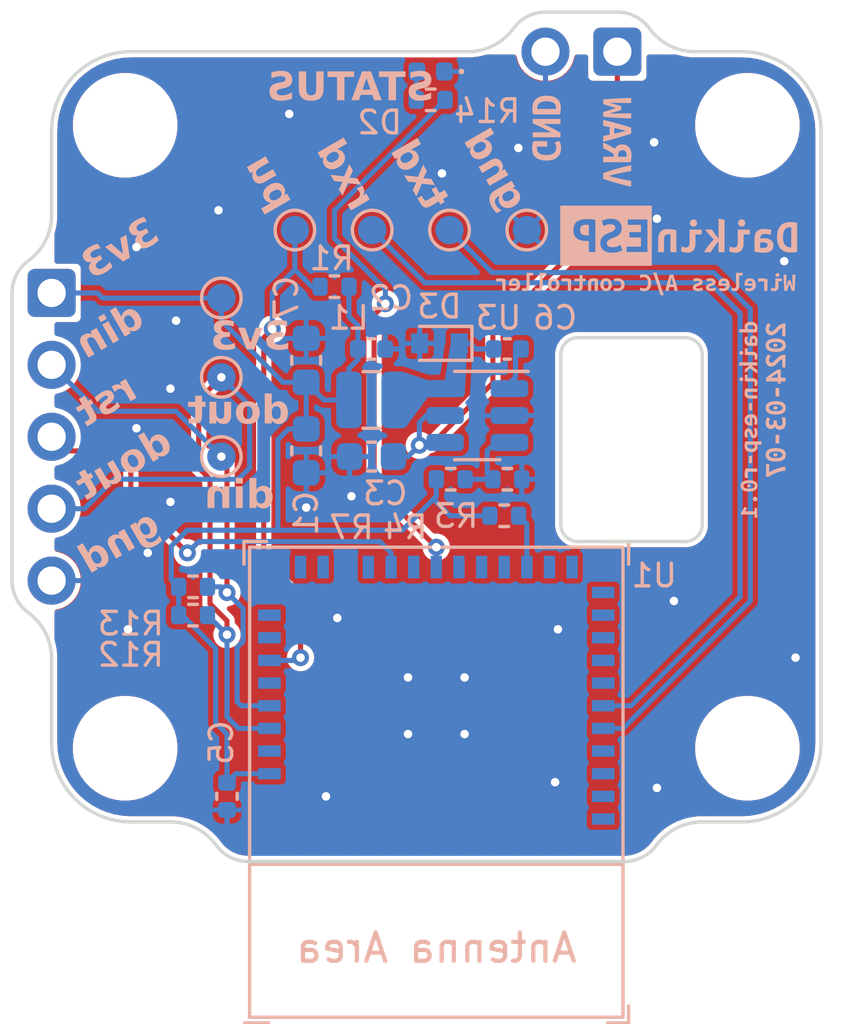
<source format=kicad_pcb>
(kicad_pcb (version 20240108) (generator "pcbnew") (generator_version "8.0")
  (title_block (title "esp-daikin") (date "2024-03-07") (rev "r1p0") (company "Greg Davill <greg.davill@gmail.com>"))
  (layers (0 "F.Cu" signal) (31 "B.Cu" signal) (34 "B.Paste" user) (35 "F.Paste" user) (36 "B.SilkS" user "B.Silkscreen") (37 "F.SilkS" user "F.Silkscreen") (38 "B.Mask" user) (39 "F.Mask" user) (44 "Edge.Cuts" user))
  (net 0 "")
  (net 1 "+3V3")
  (net 2 "GND")
  (net 3 "/VRAW")
  (net 4 "Net-(D3-K)")
  (net 5 "Net-(U3-BST)")
  (net 6 "/DOUT")
  (net 7 "/DIN")
  (net 8 "/RST")
  (net 9 "Net-(D2-A)")
  (net 10 "Net-(U1-EN{slash}CHIP_PU)")
  (net 11 "Net-(U1-GPIO8)")
  (net 12 "Net-(U3-FB)")
  (net 13 "Net-(U1-GPIO4{slash}ADC1_CH4)")
  (net 14 "Net-(U1-GPIO20{slash}U0RXD)")
  (net 15 "Net-(U1-GPIO21{slash}U0TXD)")
  (footprint "MountingHole:MountingHole_3.2mm_M3_DIN965" (layer "F.Cu") (at 165.99926 98.500001)
    (property "Reference" "H3" (hide yes))
    (property "Value" "MountingHole" (hide yes))
    (pad "" np_thru_hole circle (at 0 0) (size 3.2 3.2) (drill 3.2) (layers "*.Cu" "*.Mask"))
  )
  (footprint "MountingHole:MountingHole_3.2mm_M3_DIN965" (layer "F.Cu") (at 187.99926 76.5)
    (property "Reference" "H1" (hide yes))
    (property "Value" "MountingHole" (hide yes))
    (pad "" np_thru_hole circle (at 0 0) (size 3.2 3.2) (drill 3.2) (layers "*.Cu" "*.Mask"))
  )
  (footprint "Connector_PinHeader_2.54mm:PinHeader_1x05_P2.54mm_Vertical" (layer "F.Cu") (at 163.4 82.42)
    (property "Reference" "J1" (hide yes))
    (property "Value" "PH_01x05" (hide yes))
    (pad "1" thru_hole roundrect (at 0 0) (size 1.7 1.7) (drill 1) (layers "*.Cu" "*.Mask") (roundrect_rratio 0.1470588235) (net 1 "+3V3"))
    (pad "2" thru_hole oval (at 0 2.54) (size 1.7 1.7) (drill 1) (layers "*.Cu" "*.Mask") (net 7 "/DIN"))
    (pad "3" thru_hole oval (at 0 5.08) (size 1.7 1.7) (drill 1) (layers "*.Cu" "*.Mask") (net 8 "/RST"))
    (pad "4" thru_hole oval (at 0 7.62) (size 1.7 1.7) (drill 1) (layers "*.Cu" "*.Mask") (net 6 "/DOUT"))
    (pad "5" thru_hole oval (at 0 10.16) (size 1.7 1.7) (drill 1) (layers "*.Cu" "*.Mask") (net 2 "GND"))
  )
  (footprint "Connector_PinHeader_2.54mm:PinHeader_1x02_P2.54mm_Vertical" (layer "F.Cu") (at 183.39926 73.900001 -90)
    (property "Reference" "J2" (hide yes))
    (property "Value" "PinHeader 1x02" (hide yes))
    (pad "1" thru_hole roundrect (at 0 0 270) (size 1.7 1.7) (drill 1) (layers "*.Cu" "*.Mask") (roundrect_rratio 0.1470588235) (net 3 "/VRAW"))
    (pad "2" thru_hole oval (at 0 2.54 270) (size 1.7 1.7) (drill 1) (layers "*.Cu" "*.Mask") (net 2 "GND"))
  )
  (footprint "MountingHole:MountingHole_3.2mm_M3_DIN965" (layer "F.Cu") (at 187.99926 98.500001)
    (property "Reference" "H4" (hide yes))
    (property "Value" "MountingHole" (hide yes))
    (pad "" np_thru_hole circle (at 0 0) (size 3.2 3.2) (drill 3.2) (layers "*.Cu" "*.Mask"))
  )
  (footprint "MountingHole:MountingHole_3.2mm_M3_DIN965" (layer "F.Cu") (at 165.99926 76.500001)
    (property "Reference" "H2" (hide yes))
    (property "Value" "MountingHole" (hide yes))
    (pad "" np_thru_hole circle (at 0 0) (size 3.2 3.2) (drill 3.2) (layers "*.Cu" "*.Mask"))
  )
  (footprint "kibuzzard-65E1B071" (layer "B.Cu") (at 187.3 80.4 180)
    (property "Reference" "kibuzzard-65E1B071" (hide yes))
    (property "Value" "G***" (hide yes))
  )
  (footprint "kibuzzard-65B62B21" (layer "B.Cu") (at 180.9 76.6 90)
    (property "Reference" "kibuzzard-65B62B21" (hide yes))
    (property "Value" "G***" (hide yes))
  )
  (footprint "TestPoint:TestPoint_Pad_D1.0mm" (layer "B.Cu") (at 169.4 88.2 180)
    (property "Reference" "TP9" (hide yes))
    (property "Value" "I2C_SDA")
    (pad "1" smd circle (at 0 0 180) (size 1 1) (layers "B.Cu" "B.Mask") (net 7 "/DIN"))
  )
  (footprint "Capacitor_SMD:C_0402_1005Metric" (layer "B.Cu") (at 174.71 84.4)
    (property "Reference" "C2" (at 0.69 -1.8 0) (layer "B.SilkS") (effects (font (size 0.8 0.8) (thickness 0.12)) (justify mirror)))
    (property "Value" "220nF")
    (pad "1" smd roundrect (at -0.48 0) (size 0.56 0.62) (layers "B.Cu" "B.Paste" "B.Mask") (net 1 "+3V3"))
    (pad "2" smd roundrect (at 0.48 0) (size 0.56 0.62) (layers "B.Cu" "B.Paste" "B.Mask") (net 2 "GND"))
  )
  (footprint "Resistor_SMD:R_0402_1005Metric" (layer "B.Cu") (at 179.51 89)
    (property "Reference" "R4" (at -3.61 1.7 0) (layer "B.SilkS") (effects (font (size 0.8 0.8) (thickness 0.12)) (justify mirror)))
    (property "Value" "15.8k")
    (pad "1" smd roundrect (at -0.51 0) (size 0.54 0.64) (layers "B.Cu" "B.Paste" "B.Mask") (net 12 "Net-(U3-FB)"))
    (pad "2" smd roundrect (at 0.51 0) (size 0.54 0.64) (layers "B.Cu" "B.Paste" "B.Mask") (net 2 "GND"))
  )
  (footprint "kibuzzard-65E1AE16" (layer "B.Cu") (at 183.4 77.1 90)
    (property "Reference" "kibuzzard-65E1AE16" (hide yes))
    (property "Value" "G***" (hide yes))
  )
  (footprint "LED_SMD:LED_0402_1005Metric" (layer "B.Cu") (at 176.8 74.6 180)
    (property "Reference" "D2" (at 1.8 -1.8 0) (layer "B.SilkS") (effects (font (size 0.8 0.8) (thickness 0.12)) (justify mirror)))
    (property "Value" "ORANGE")
    (pad "1" smd roundrect (at -0.485 0 180) (size 0.59 0.64) (layers "B.Cu" "B.Paste" "B.Mask") (net 2 "GND"))
    (pad "2" smd roundrect (at 0.485 0 180) (size 0.59 0.64) (layers "B.Cu" "B.Paste" "B.Mask") (net 9 "Net-(D2-A)"))
  )
  (footprint "TestPoint:TestPoint_Pad_D1.0mm" (layer "B.Cu") (at 180.2 80.2 180)
    (property "Reference" "TP11" (hide yes))
    (property "Value" "GND")
    (pad "1" smd circle (at 0 0 180) (size 1 1) (layers "B.Cu" "B.Mask") (net 2 "GND"))
  )
  (footprint "TestPoint:TestPoint_Pad_D1.0mm" (layer "B.Cu") (at 174.733333 80.2 180)
    (property "Reference" "TP1" (hide yes))
    (property "Value" "UART_RXD")
    (pad "1" smd circle (at 0 0 180) (size 1 1) (layers "B.Cu" "B.Mask") (net 14 "Net-(U1-GPIO20{slash}U0RXD)"))
  )
  (footprint "Capacitor_SMD:C_0603_1608Metric" (layer "B.Cu") (at 174.71 88.2 180)
    (property "Reference" "C3" (at -0.49 -1.3 0) (layer "B.SilkS") (effects (font (size 0.8 0.8) (thickness 0.12)) (justify mirror)))
    (property "Value" "10uF")
    (pad "1" smd roundrect (at -0.775 0 180) (size 0.9 0.95) (layers "B.Cu" "B.Paste" "B.Mask") (net 3 "/VRAW"))
    (pad "2" smd roundrect (at 0.775 0 180) (size 0.9 0.95) (layers "B.Cu" "B.Paste" "B.Mask") (net 2 "GND"))
  )
  (footprint "Resistor_SMD:R_0402_1005Metric" (layer "B.Cu") (at 173.4 82.2 180)
    (property "Reference" "R1" (at 0.1 1 0) (layer "B.SilkS") (effects (font (size 0.8 0.8) (thickness 0.12)) (justify mirror)))
    (property "Value" "5.1K")
    (pad "1" smd roundrect (at -0.51 0 180) (size 0.54 0.64) (layers "B.Cu" "B.Paste" "B.Mask") (net 1 "+3V3"))
    (pad "2" smd roundrect (at 0.51 0 180) (size 0.54 0.64) (layers "B.Cu" "B.Paste" "B.Mask") (net 10 "Net-(U1-EN{slash}CHIP_PU)"))
  )
  (footprint "kibuzzard-65E1B0DF" (layer "B.Cu") (at 184.4 82.1 180)
    (property "Reference" "kibuzzard-65E1B0DF" (hide yes))
    (property "Value" "G***" (hide yes))
  )
  (footprint "lib:ESP32-C3-MINI-1" (layer "B.Cu") (at 177 99.7)
    (property "Reference" "U1" (at 7.7 -7.3 0) (layer "B.SilkS") (effects (font (size 0.8 0.8) (thickness 0.12)) (justify mirror)))
    (property "Value" "ESP32-C3-MINI-1")
    (fp_text user "Antenna Area" (at 0 5.85 0) (layer "B.SilkS") (effects (justify mirror)))
    (pad "1" smd rect (at -5.9 1.3 270) (size 0.4 0.8) (layers "B.Cu" "B.Paste" "B.Mask") (net 2 "GND"))
    (pad "2" smd rect (at -5.9 0.5 270) (size 0.4 0.8) (layers "B.Cu" "B.Paste" "B.Mask") (net 2 "GND"))
    (pad "3" smd rect (at -5.9 -0.3 270) (size 0.4 0.8) (layers "B.Cu" "B.Paste" "B.Mask") (net 1 "+3V3"))
    (pad "4" smd rect (at -5.9 -1.1 270) (size 0.4 0.8) (layers "B.Cu" "B.Paste" "B.Mask"))
    (pad "5" smd rect (at -5.9 -1.9 270) (size 0.4 0.8) (layers "B.Cu" "B.Paste" "B.Mask") (net 6 "/DOUT"))
    (pad "6" smd rect (at -5.9 -2.7 270) (size 0.4 0.8) (layers "B.Cu" "B.Paste" "B.Mask") (net 7 "/DIN"))
    (pad "7" smd rect (at -5.9 -3.5 270) (size 0.4 0.8) (layers "B.Cu" "B.Paste" "B.Mask"))
    (pad "8" smd rect (at -5.9 -4.3 270) (size 0.4 0.8) (layers "B.Cu" "B.Paste" "B.Mask") (net 10 "Net-(U1-EN{slash}CHIP_PU)"))
    (pad "9" smd rect (at -5.9 -5.1 270) (size 0.4 0.8) (layers "B.Cu" "B.Paste" "B.Mask"))
    (pad "10" smd rect (at -5.9 -5.9 270) (size 0.4 0.8) (layers "B.Cu" "B.Paste" "B.Mask"))
    (pad "11" smd rect (at -5.9 -6.7 270) (size 0.4 0.8) (layers "B.Cu" "B.Paste" "B.Mask") (net 2 "GND"))
    (pad "12" smd rect (at -4.8 -7.6) (size 0.4 0.8) (layers "B.Cu" "B.Paste" "B.Mask"))
    (pad "13" smd rect (at -4 -7.6) (size 0.4 0.8) (layers "B.Cu" "B.Paste" "B.Mask"))
    (pad "14" smd rect (at -3.2 -7.6) (size 0.4 0.8) (layers "B.Cu" "B.Paste" "B.Mask") (net 2 "GND"))
    (pad "15" smd rect (at -2.4 -7.6) (size 0.4 0.8) (layers "B.Cu" "B.Paste" "B.Mask"))
    (pad "16" smd rect (at -1.6 -7.6) (size 0.4 0.8) (layers "B.Cu" "B.Paste" "B.Mask") (net 8 "/RST"))
    (pad "17" smd rect (at -0.8 -7.6) (size 0.4 0.8) (layers "B.Cu" "B.Paste" "B.Mask"))
    (pad "18" smd rect (at 0 -7.6) (size 0.4 0.8) (layers "B.Cu" "B.Paste" "B.Mask") (net 13 "Net-(U1-GPIO4{slash}ADC1_CH4)"))
    (pad "19" smd rect (at 0.8 -7.6) (size 0.4 0.8) (layers "B.Cu" "B.Paste" "B.Mask"))
    (pad "20" smd rect (at 1.6 -7.6) (size 0.4 0.8) (layers "B.Cu" "B.Paste" "B.Mask"))
    (pad "21" smd rect (at 2.4 -7.6) (size 0.4 0.8) (layers "B.Cu" "B.Paste" "B.Mask"))
    (pad "22" smd rect (at 3.2 -7.6) (size 0.4 0.8) (layers "B.Cu" "B.Paste" "B.Mask") (net 11 "Net-(U1-GPIO8)"))
    (pad "23" smd rect (at 4 -7.6) (size 0.4 0.8) (layers "B.Cu" "B.Paste" "B.Mask"))
    (pad "24" smd rect (at 4.8 -7.6) (size 0.4 0.8) (layers "B.Cu" "B.Paste" "B.Mask"))
    (pad "25" smd rect (at 5.9 -6.7 270) (size 0.4 0.8) (layers "B.Cu" "B.Paste" "B.Mask"))
    (pad "26" smd rect (at 5.9 -5.9 270) (size 0.4 0.8) (layers "B.Cu" "B.Paste" "B.Mask"))
    (pad "27" smd rect (at 5.9 -5.1 270) (size 0.4 0.8) (layers "B.Cu" "B.Paste" "B.Mask"))
    (pad "28" smd rect (at 5.9 -4.3 270) (size 0.4 0.8) (layers "B.Cu" "B.Paste" "B.Mask"))
    (pad "29" smd rect (at 5.9 -3.5 270) (size 0.4 0.8) (layers "B.Cu" "B.Paste" "B.Mask"))
    (pad "30" smd rect (at 5.9 -2.7 270) (size 0.4 0.8) (layers "B.Cu" "B.Paste" "B.Mask") (net 14 "Net-(U1-GPIO20{slash}U0RXD)"))
    (pad "31" smd rect (at 5.9 -1.9 270) (size 0.4 0.8) (layers "B.Cu" "B.Paste" "B.Mask") (net 15 "Net-(U1-GPIO21{slash}U0TXD)"))
    (pad "32" smd rect (at 5.9 -1.1 270) (size 0.4 0.8) (layers "B.Cu" "B.Paste" "B.Mask"))
    (pad "33" smd rect (at 5.9 -0.3 270) (size 0.4 0.8) (layers "B.Cu" "B.Paste" "B.Mask"))
    (pad "34" smd rect (at 5.9 0.5 270) (size 0.4 0.8) (layers "B.Cu" "B.Paste" "B.Mask"))
    (pad "35" smd rect (at 5.9 1.3 270) (size 0.4 0.8) (layers "B.Cu" "B.Paste" "B.Mask"))
    (pad "36" smd rect (at 4.8 2.2) (size 0.4 0.8) (layers "B.Cu" "B.Paste" "B.Mask") (net 2 "GND"))
    (pad "37" smd rect (at 4 2.2) (size 0.4 0.8) (layers "B.Cu" "B.Paste" "B.Mask") (net 2 "GND"))
    (pad "38" smd rect (at 3.2 2.2) (size 0.4 0.8) (layers "B.Cu" "B.Paste" "B.Mask") (net 2 "GND"))
    (pad "39" smd rect (at 2.4 2.2) (size 0.4 0.8) (layers "B.Cu" "B.Paste" "B.Mask") (net 2 "GND"))
    (pad "40" smd rect (at 1.6 2.2) (size 0.4 0.8) (layers "B.Cu" "B.Paste" "B.Mask") (net 2 "GND"))
    (pad "41" smd rect (at 0.8 2.2) (size 0.4 0.8) (layers "B.Cu" "B.Paste" "B.Mask") (net 2 "GND"))
    (pad "42" smd rect (at 0 2.2) (size 0.4 0.8) (layers "B.Cu" "B.Paste" "B.Mask") (net 2 "GND"))
    (pad "43" smd rect (at -0.8 2.2) (size 0.4 0.8) (layers "B.Cu" "B.Paste" "B.Mask") (net 2 "GND"))
    (pad "44" smd rect (at -1.6 2.2) (size 0.4 0.8) (layers "B.Cu" "B.Paste" "B.Mask") (net 2 "GND"))
    (pad "45" smd rect (at -2.4 2.2) (size 0.4 0.8) (layers "B.Cu" "B.Paste" "B.Mask") (net 2 "GND"))
    (pad "46" smd rect (at -3.2 2.2) (size 0.4 0.8) (layers "B.Cu" "B.Paste" "B.Mask") (net 2 "GND"))
    (pad "47" smd rect (at -4 2.2) (size 0.4 0.8) (layers "B.Cu" "B.Paste" "B.Mask") (net 2 "GND"))
    (pad "48" smd rect (at -4.8 2.2) (size 0.4 0.8) (layers "B.Cu" "B.Paste" "B.Mask") (net 2 "GND"))
    (pad "49" smd rect (at -1.975 -4.675 270) (size 1.45 1.45) (layers "B.Cu" "B.Paste" "B.Mask") (net 2 "GND"))
    (pad "49" smd rect (at -1.975 -2.7 270) (size 1.45 1.45) (layers "B.Cu" "B.Paste" "B.Mask") (net 2 "GND"))
    (pad "49" smd custom (at -1.975 -0.725) (size 0.8 0.8) (layers "B.Cu" "B.Paste" "B.Mask") (net 2 "GND") (options (clearance outline) (anchor rect)) (primitives (gr_poly (pts (xy 0.725 -0.725) (xy -0.725 -0.725) (xy -0.725 0.125) (xy -0.125 0.725) (xy 0.725 0.725)) (width 0) (fill yes))))
    (pad "49" smd rect (at 0 -4.675 270) (size 1.45 1.45) (layers "B.Cu" "B.Paste" "B.Mask") (net 2 "GND"))
    (pad "49" smd rect (at 0 -2.7 270) (size 1.45 1.45) (layers "B.Cu" "B.Paste" "B.Mask") (net 2 "GND"))
    (pad "49" smd rect (at 0 -0.725 270) (size 1.45 1.45) (layers "B.Cu" "B.Paste" "B.Mask") (net 2 "GND"))
    (pad "49" smd rect (at 1.975 -4.675 270) (size 1.45 1.45) (layers "B.Cu" "B.Paste" "B.Mask") (net 2 "GND"))
    (pad "49" smd rect (at 1.975 -2.7 270) (size 1.45 1.45) (layers "B.Cu" "B.Paste" "B.Mask") (net 2 "GND"))
    (pad "49" smd rect (at 1.975 -0.725 270) (size 1.45 1.45) (layers "B.Cu" "B.Paste" "B.Mask") (net 2 "GND"))
    (pad "50" smd rect (at 5.95 2.25 270) (size 0.7 0.7) (layers "B.Cu" "B.Paste" "B.Mask") (net 2 "GND"))
    (pad "51" smd rect (at 5.95 -7.65 270) (size 0.7 0.7) (layers "B.Cu" "B.Paste" "B.Mask") (net 2 "GND"))
    (pad "52" smd rect (at -5.95 -7.65 270) (size 0.7 0.7) (layers "B.Cu" "B.Paste" "B.Mask") (net 2 "GND"))
    (pad "53" smd rect (at -5.95 2.25 270) (size 0.7 0.7) (layers "B.Cu" "B.Paste" "B.Mask") (net 2 "GND"))
  )
  (footprint "Resistor_SMD:R_0402_1005Metric" (layer "B.Cu") (at 168.4 93.8)
    (property "Reference" "R12" (at -2.2 1.4 0) (layer "B.SilkS") (effects (font (size 0.8 0.8) (thickness 0.12)) (justify mirror)))
    (property "Value" "2.2K")
    (pad "1" smd roundrect (at -0.51 0) (size 0.54 0.64) (layers "B.Cu" "B.Paste" "B.Mask") (net 1 "+3V3"))
    (pad "2" smd roundrect (at 0.51 0) (size 0.54 0.64) (layers "B.Cu" "B.Paste" "B.Mask") (net 6 "/DOUT"))
  )
  (footprint "Capacitor_SMD:C_0402_1005Metric" (layer "B.Cu") (at 169.6 100.2 -90)
    (property "Reference" "C5" (at -1.9 0.2 90) (layer "B.SilkS") (effects (font (size 0.8 0.8) (thickness 0.12)) (justify mirror)))
    (property "Value" "220nF")
    (pad "1" smd roundrect (at -0.48 0 270) (size 0.56 0.62) (layers "B.Cu" "B.Paste" "B.Mask") (net 1 "+3V3"))
    (pad "2" smd roundrect (at 0.48 0 270) (size 0.56 0.62) (layers "B.Cu" "B.Paste" "B.Mask") (net 2 "GND"))
  )
  (footprint "kibuzzard-65E9962C" (layer "B.Cu") (at 189 86.2 -90)
    (property "Reference" "kibuzzard-65E9962C" (hide yes))
    (property "Value" "G***" (hide yes))
  )
  (footprint "Capacitor_SMD:C_0402_1005Metric" (layer "B.Cu") (at 179.51 84.4)
    (property "Reference" "C6" (at 1.69 -1.1 0) (layer "B.SilkS") (effects (font (size 0.8 0.8) (thickness 0.12)) (justify mirror)))
    (property "Value" "33nF")
    (pad "1" smd roundrect (at -0.48 0) (size 0.56 0.62) (layers "B.Cu" "B.Paste" "B.Mask") (net 4 "Net-(D3-K)"))
    (pad "2" smd roundrect (at 0.48 0) (size 0.56 0.62) (layers "B.Cu" "B.Paste" "B.Mask") (net 5 "Net-(U3-BST)"))
  )
  (footprint "Resistor_SMD:R_0402_1005Metric" (layer "B.Cu") (at 179.4 90.29)
    (property "Reference" "R3" (at -1.7 0.01 0) (layer "B.SilkS") (effects (font (size 0.8 0.8) (thickness 0.12)) (justify mirror)))
    (property "Value" "5.1K")
    (pad "1" smd roundrect (at -0.51 0) (size 0.54 0.64) (layers "B.Cu" "B.Paste" "B.Mask") (net 1 "+3V3"))
    (pad "2" smd roundrect (at 0.51 0) (size 0.54 0.64) (layers "B.Cu" "B.Paste" "B.Mask") (net 11 "Net-(U1-GPIO8)"))
  )
  (footprint "Diode_SMD:D_SOD-523" (layer "B.Cu") (at 177.11 84.2 180)
    (property "Reference" "D3" (at 0 1.3 0) (layer "B.SilkS") (effects (font (size 0.8 0.8) (thickness 0.12)) (justify mirror)))
    (property "Value" "CUS10S30,H3F")
    (pad "1" smd rect (at -0.7 0) (size 0.6 0.7) (layers "B.Cu" "B.Paste" "B.Mask") (net 4 "Net-(D3-K)"))
    (pad "2" smd rect (at 0.7 0) (size 0.6 0.7) (layers "B.Cu" "B.Paste" "B.Mask") (net 2 "GND"))
  )
  (footprint "TestPoint:TestPoint_Pad_D1.0mm" (layer "B.Cu") (at 169.4 82.6 180)
    (property "Reference" "TP12" (hide yes))
    (property "Value" "3V3")
    (pad "1" smd circle (at 0 0 180) (size 1 1) (layers "B.Cu" "B.Mask") (net 1 "+3V3"))
  )
  (footprint "Package_TO_SOT_SMD:SOT-23-6" (layer "B.Cu") (at 178.4475 86.75 180)
    (property "Reference" "U3" (at -0.7525 3.45 0) (layer "B.SilkS") (effects (font (size 0.8 0.8) (thickness 0.12)) (justify mirror)))
    (property "Value" "AOZ1280CI")
    (pad "1" smd roundrect (at -1.1375 0.95 180) (size 1.325 0.6) (layers "B.Cu" "B.Paste" "B.Mask") (net 5 "Net-(U3-BST)"))
    (pad "2" smd roundrect (at -1.1375 0 180) (size 1.325 0.6) (layers "B.Cu" "B.Paste" "B.Mask") (net 2 "GND"))
    (pad "3" smd roundrect (at -1.1375 -0.95 180) (size 1.325 0.6) (layers "B.Cu" "B.Paste" "B.Mask") (net 12 "Net-(U3-FB)"))
    (pad "4" smd roundrect (at 1.1375 -0.95 180) (size 1.325 0.6) (layers "B.Cu" "B.Paste" "B.Mask") (net 3 "/VRAW"))
    (pad "5" smd roundrect (at 1.1375 0 180) (size 1.325 0.6) (layers "B.Cu" "B.Paste" "B.Mask") (net 3 "/VRAW"))
    (pad "6" smd roundrect (at 1.1375 0.95 180) (size 1.325 0.6) (layers "B.Cu" "B.Paste" "B.Mask") (net 4 "Net-(D3-K)"))
  )
  (footprint "TestPoint:TestPoint_Pad_D1.0mm" (layer "B.Cu") (at 172 80.2 180)
    (property "Reference" "TP3" (hide yes))
    (property "Value" "RST")
    (pad "1" smd circle (at 0 0 180) (size 1 1) (layers "B.Cu" "B.Mask") (net 10 "Net-(U1-EN{slash}CHIP_PU)"))
  )
  (footprint "kibuzzard-65E1B080" (layer "B.Cu") (at 183 80.4 180)
    (property "Reference" "kibuzzard-65E1B080" (hide yes))
    (property "Value" "G***" (hide yes))
  )
  (footprint "Resistor_SMD:R_0402_1005Metric" (layer "B.Cu") (at 176.8 75.6)
    (property "Reference" "R14" (at 2 0.4 0) (layer "B.SilkS") (effects (font (size 0.8 0.8) (thickness 0.12)) (justify mirror)))
    (property "Value" "470R")
    (pad "1" smd roundrect (at -0.51 0) (size 0.54 0.64) (layers "B.Cu" "B.Paste" "B.Mask") (net 9 "Net-(D2-A)"))
    (pad "2" smd roundrect (at 0.51 0) (size 0.54 0.64) (layers "B.Cu" "B.Paste" "B.Mask") (net 13 "Net-(U1-GPIO4{slash}ADC1_CH4)"))
  )
  (footprint "Resistor_SMD:R_0402_1005Metric" (layer "B.Cu") (at 177.51 89)
    (property "Reference" "R7" (at -3.51 1.7 0) (layer "B.SilkS") (effects (font (size 0.8 0.8) (thickness 0.12)) (justify mirror)))
    (property "Value" "49.9k")
    (pad "1" smd roundrect (at -0.51 0) (size 0.54 0.64) (layers "B.Cu" "B.Paste" "B.Mask") (net 1 "+3V3"))
    (pad "2" smd roundrect (at 0.51 0) (size 0.54 0.64) (layers "B.Cu" "B.Paste" "B.Mask") (net 12 "Net-(U3-FB)"))
  )
  (footprint "TestPoint:TestPoint_Pad_D1.0mm" (layer "B.Cu") (at 177.466666 80.2 180)
    (property "Reference" "TP2" (hide yes))
    (property "Value" "UART_TXD")
    (pad "1" smd circle (at 0 0 180) (size 1 1) (layers "B.Cu" "B.Mask") (net 15 "Net-(U1-GPIO21{slash}U0TXD)"))
  )
  (footprint "Capacitor_SMD:C_0603_1608Metric" (layer "B.Cu") (at 172.4 84.8 90)
    (property "Reference" "C7" (at 2.2 -0.7 90) (layer "B.SilkS") (effects (font (size 0.8 0.8) (thickness 0.12)) (justify mirror)))
    (property "Value" "22uF")
    (pad "1" smd roundrect (at -0.775 0 90) (size 0.9 0.95) (layers "B.Cu" "B.Paste" "B.Mask") (net 1 "+3V3"))
    (pad "2" smd roundrect (at 0.775 0 90) (size 0.9 0.95) (layers "B.Cu" "B.Paste" "B.Mask") (net 2 "GND"))
  )
  (footprint "Inductor_SMD:L_0805_2012Metric" (layer "B.Cu") (at 174.71 86.2 180)
    (property "Reference" "L1" (at 0.81 2.9 0) (layer "B.SilkS") (effects (font (size 0.8 0.8) (thickness 0.12)) (justify mirror)))
    (property "Value" "4.7uF")
    (pad "1" smd roundrect (at -0.8 0 180) (size 0.9 2) (layers "B.Cu" "B.Paste" "B.Mask") (net 4 "Net-(D3-K)"))
    (pad "2" smd roundrect (at 0.8 0 180) (size 0.9 2) (layers "B.Cu" "B.Paste" "B.Mask") (net 1 "+3V3"))
  )
  (footprint "TestPoint:TestPoint_Pad_D1.0mm" (layer "B.Cu") (at 169.4 85.4 180)
    (property "Reference" "TP8" (hide yes))
    (property "Value" "I2C_SCL")
    (pad "1" smd circle (at 0 0 180) (size 1 1) (layers "B.Cu" "B.Mask") (net 6 "/DOUT"))
  )
  (footprint "Resistor_SMD:R_0402_1005Metric" (layer "B.Cu") (at 168.4 92.8)
    (property "Reference" "R13" (at -2.2 1.3 0) (layer "B.SilkS") (effects (font (size 0.8 0.8) (thickness 0.12)) (justify mirror)))
    (property "Value" "2.2K")
    (pad "1" smd roundrect (at -0.51 0) (size 0.54 0.64) (layers "B.Cu" "B.Paste" "B.Mask") (net 1 "+3V3"))
    (pad "2" smd roundrect (at 0.51 0) (size 0.54 0.64) (layers "B.Cu" "B.Paste" "B.Mask") (net 7 "/DIN"))
  )
  (footprint "Capacitor_SMD:C_0603_1608Metric" (layer "B.Cu") (at 172.4 88 -90)
    (property "Reference" "C1" (at 2.2 0 90) (layer "B.SilkS") (effects (font (size 0.8 0.8) (thickness 0.12)) (justify mirror)))
    (property "Value" "10uF")
    (pad "1" smd roundrect (at -0.775 0 270) (size 0.9 0.95) (layers "B.Cu" "B.Paste" "B.Mask") (net 1 "+3V3"))
    (pad "2" smd roundrect (at 0.775 0 270) (size 0.9 0.95) (layers "B.Cu" "B.Paste" "B.Mask") (net 2 "GND"))
  )
  (footprint "kibuzzard-65E1B005" (layer "B.Cu") (at 188.1 86.9 -90)
    (property "Reference" "kibuzzard-65E1B005" (hide yes))
    (property "Value" "G***" (hide yes))
  )
  (gr_line (start 186.4 101.1) (end 187.8 101.101238) (stroke (width 0.12)) (layer "Edge.Cuts"))
  (gr_line (start 162.000001 82.419999) (end 162.000001 92.579999) (stroke (width 0.12)) (layer "Edge.Cuts"))
  (gr_arc (start 184.782882 101.92317) (mid 184.285475 102.347494) (end 183.649703 102.499999) (stroke (width 0.12)) (layer "Edge.Cuts"))
  (gr_arc (start 179.729424 73.077409) (mid 180.225951 72.653589) (end 180.860739 72.501239) (stroke (width 0.12)) (layer "Edge.Cuts"))
  (gr_line (start 170.350299 102.499999) (end 183.649703 102.499999) (stroke (width 0.12)) (layer "Edge.Cuts"))
  (gr_arc (start 179.729424 73.077409) (mid 179.019476 73.683415) (end 178.111826 73.901239) (stroke (width 0.12)) (layer "Edge.Cuts"))
  (gr_arc (start 166.2 101.101238) (mid 164.220101 100.281137) (end 163.400001 98.301238) (stroke (width 0.12)) (layer "Edge.Cuts"))
  (gr_arc (start 170.350299 102.499999) (mid 169.714527 102.347494) (end 169.21712 101.923171) (stroke (width 0.12)) (layer "Edge.Cuts"))
  (gr_arc (start 162.57683 93.713178) (mid 162.152506 93.215771) (end 162.000001 92.579999) (stroke (width 0.12)) (layer "Edge.Cuts"))
  (gr_arc (start 163.4 79.669701) (mid 163.182366 80.576988) (end 162.576829 81.28682) (stroke (width 0.12)) (layer "Edge.Cuts"))
  (gr_arc (start 186.40148 90.599999) (mid 186.225761 91.024303) (end 185.80148 91.199998) (stroke (width 0.12)) (layer "Edge.Cuts"))
  (gr_line (start 190.599999 98.301238) (end 190.6 76.701238) (stroke (width 0.12)) (layer "Edge.Cuts"))
  (gr_line (start 183.40074 72.501239) (end 180.860739 72.501239) (stroke (width 0.12)) (layer "Edge.Cuts"))
  (gr_line (start 163.4 95.330297) (end 163.400001 98.301238) (stroke (width 0.12)) (layer "Edge.Cuts"))
  (gr_arc (start 190.599999 98.301238) (mid 189.779899 100.281137) (end 187.8 101.101238) (stroke (width 0.12)) (layer "Edge.Cuts"))
  (gr_line (start 166.2 101.101238) (end 167.6 101.1) (stroke (width 0.12)) (layer "Edge.Cuts"))
  (gr_arc (start 162.000001 82.419999) (mid 162.152506 81.784227) (end 162.576829 81.28682) (stroke (width 0.12)) (layer "Edge.Cuts"))
  (gr_line (start 181.40148 90.599999) (end 181.40148 84.599999) (stroke (width 0.12)) (layer "Edge.Cuts"))
  (gr_arc (start 167.6 101.1) (mid 168.507288 101.317634) (end 169.21712 101.923171) (stroke (width 0.12)) (layer "Edge.Cuts"))
  (gr_arc (start 184.782882 101.92317) (mid 185.492713 101.317634) (end 186.4 101.1) (stroke (width 0.12)) (layer "Edge.Cuts"))
  (gr_arc (start 182.00148 91.199998) (mid 181.577205 91.024274) (end 181.40148 90.599999) (stroke (width 0.12)) (layer "Edge.Cuts"))
  (gr_line (start 178.111826 73.901239) (end 166.2 73.901239) (stroke (width 0.12)) (layer "Edge.Cuts"))
  (gr_line (start 182.00148 84) (end 185.80148 84) (stroke (width 0.12)) (layer "Edge.Cuts"))
  (gr_line (start 185.80148 91.199998) (end 182.00148 91.199998) (stroke (width 0.12)) (layer "Edge.Cuts"))
  (gr_arc (start 163.4 76.701239) (mid 164.220101 74.72134) (end 166.2 73.901239) (stroke (width 0.12)) (layer "Edge.Cuts"))
  (gr_line (start 186.40148 84.599999) (end 186.40148 90.599999) (stroke (width 0.12)) (layer "Edge.Cuts"))
  (gr_arc (start 185.80148 84) (mid 186.225732 84.175747) (end 186.40148 84.599999) (stroke (width 0.12)) (layer "Edge.Cuts"))
  (gr_arc (start 183.40074 72.501239) (mid 184.035537 72.653574) (end 184.532056 73.077409) (stroke (width 0.12)) (layer "Edge.Cuts"))
  (gr_line (start 163.4 76.701239) (end 163.4 79.669701) (stroke (width 0.12)) (layer "Edge.Cuts"))
  (gr_arc (start 186.149654 73.901239) (mid 185.241999 73.683425) (end 184.532056 73.077409) (stroke (width 0.12)) (layer "Edge.Cuts"))
  (gr_arc (start 162.57683 93.713178) (mid 163.182367 94.423009) (end 163.4 95.330297) (stroke (width 0.12)) (layer "Edge.Cuts"))
  (gr_line (start 187.8 73.901239) (end 186.149654 73.901239) (stroke (width 0.12)) (layer "Edge.Cuts"))
  (gr_arc (start 187.8 73.901239) (mid 189.779899 74.72134) (end 190.6 76.701238) (stroke (width 0.12)) (layer "Edge.Cuts"))
  (gr_arc (start 181.40148 84.599999) (mid 181.577232 84.175774) (end 182.00148 84) (stroke (width 0.12)) (layer "Edge.Cuts"))
  (gr_text "pu" (at 171.6 79.4 300) (layer "B.SilkS") (effects (font (size 1 1) (thickness 0.2) (bold yes)) (justify left mirror)))
  (gr_text "gnd" (at 179.8 79.4 300) (layer "B.SilkS") (effects (font (size 1 1) (thickness 0.2) (bold yes)) (justify left mirror)))
  (gr_text "din" (at 164.4 84.4 30) (layer "B.SilkS") (effects (font (size 1 1) (thickness 0.2) (bold yes)) (justify right mirror)))
  (gr_text "STATUS" (at 171 75.2 0) (layer "B.SilkS") (effects (font (size 1 1) (thickness 0.2) (bold yes)) (justify right mirror)))
  (gr_text "din" (at 168.8 89.6 0) (layer "B.SilkS") (effects (font (size 1 1) (thickness 0.2) (bold yes)) (justify right mirror)))
  (gr_text "3v3" (at 164.6 81.6 30) (layer "B.SilkS") (effects (font (size 1 1) (thickness 0.2) (bold yes)) (justify right mirror)))
  (gr_text "gnd" (at 164.509823 92 30) (layer "B.SilkS") (effects (font (size 1 1) (thickness 0.2) (bold yes)) (justify right mirror)))
  (gr_text "dout" (at 164.4 89.4 30) (layer "B.SilkS") (effects (font (size 1 1) (thickness 0.2) (bold yes)) (justify right mirror)))
  (gr_text "rst" (at 164.4 86.8 30) (layer "B.SilkS") (effects (font (size 1 1) (thickness 0.2) (bold yes)) (justify right mirror)))
  (gr_text "3v3" (at 169 84 0) (layer "B.SilkS") (effects (font (size 1 1) (thickness 0.2) (bold yes)) (justify right mirror)))
  (gr_text "dout" (at 168.190053 86.616469 0) (layer "B.SilkS") (effects (font (size 1 1) (thickness 0.2) (bold yes)) (justify right mirror)))
  (gr_text "txd" (at 177 79.4 300) (layer "B.SilkS") (effects (font (size 1 1) (thickness 0.2) (bold yes)) (justify left mirror)))
  (gr_text "rxd" (at 174.4 79.4 300) (layer "B.SilkS") (effects (font (size 1 1) (thickness 0.2) (bold yes)) (justify left mirror)))
  (segment (start 171.4 90.8) (end 175.8 90.8) (width 0.18) (layer "B.Cu") (net 1))
  (segment (start 172.4 85.575) (end 171.575 85.575) (width 0.18) (layer "B.Cu") (net 1))
  (segment (start 171.1 99.4) (end 169.92 99.4) (width 0.18) (layer "B.Cu") (net 1))
  (segment (start 171.4 87.6) (end 171.4 90.8) (width 0.18) (layer "B.Cu") (net 1))
  (segment (start 173.91 82.2) (end 173.91 83.25) (width 0.18) (layer "B.Cu") (net 1))
  (segment (start 169.92 99.4) (end 169.6 99.72) (width 0.18) (layer "B.Cu") (net 1))
  (segment (start 169.2 94.982756) (end 167.89 93.672756) (width 0.18) (layer "B.Cu") (net 1))
  (segment (start 173.91 86.2) (end 173.025 86.2) (width 0.18) (layer "B.Cu") (net 1))
  (segment (start 168.193898 90.8) (end 171.4 90.8) (width 0.18) (layer "B.Cu") (net 1))
  (segment (start 167.63 92.54) (end 167.63 91.363898) (width 0.18) (layer "B.Cu") (net 1))
  (segment (start 174.23 83.57) (end 174.23 84.4) (width 0.18) (layer "B.Cu") (net 1))
  (segment (start 165.2 82.6) (end 169.4 82.6) (width 0.18) (layer "B.Cu") (net 1))
  (segment (start 169.6 99.72) (end 169.6 98) (width 0.18) (layer "B.Cu") (net 1))
  (segment (start 174.23 84.4) (end 174.23 84.77) (width 0.18) (layer "B.Cu") (net 1))
  (segment (start 171.575 85.575) (end 169.4 83.4) (width 0.18) (layer "B.Cu") (net 1))
  (segment (start 174.23 84.77) (end 173.91 85.09) (width 0.18) (layer "B.Cu") (net 1))
  (segment (start 167.89 93.672756) (end 167.89 92.8) (width 0.18) (layer "B.Cu") (net 1))
  (segment (start 173.91 85.09) (end 173.91 86.2) (width 0.18) (layer "B.Cu") (net 1))
  (segment (start 172.4 87.225) (end 172.4 85.575) (width 0.18) (layer "B.Cu") (net 1))
  (segment (start 177.49 90.29) (end 176.9 89.7) (width 0.18) (layer "B.Cu") (net 1))
  (segment (start 171.775 87.225) (end 171.4 87.6) (width 0.18) (layer "B.Cu") (net 1))
  (segment (start 176.9 89.7) (end 177 89.6) (width 0.18) (layer "B.Cu") (net 1))
  (segment (start 165.02 82.42) (end 165.2 82.6) (width 0.18) (layer "B.Cu") (net 1))
  (segment (start 178.89 90.29) (end 177.49 90.29) (width 0.18) (layer "B.Cu") (net 1))
  (segment (start 169.4 83.4) (end 169.4 82.6) (width 0.18) (layer "B.Cu") (net 1))
  (segment (start 163.4 82.42) (end 165.02 82.42) (width 0.18) (layer "B.Cu") (net 1))
  (segment (start 167.89 92.8) (end 167.63 92.54) (width 0.18) (layer "B.Cu") (net 1))
  (segment (start 175.8 90.8) (end 176.9 89.7) (width 0.18) (layer "B.Cu") (net 1))
  (segment (start 169.6 98) (end 169.2 97.6) (width 0.18) (layer "B.Cu") (net 1))
  (segment (start 167.63 91.363898) (end 168.193898 90.8) (width 0.18) (layer "B.Cu") (net 1))
  (segment (start 173.91 83.25) (end 174.23 83.57) (width 0.18) (layer "B.Cu") (net 1))
  (segment (start 169.2 97.6) (end 169.2 94.982756) (width 0.18) (layer "B.Cu") (net 1))
  (segment (start 172.4 87.225) (end 171.775 87.225) (width 0.18) (layer "B.Cu") (net 1))
  (segment (start 177 89.6) (end 177 89) (width 0.18) (layer "B.Cu") (net 1))
  (segment (start 173.025 86.2) (end 172.4 85.575) (width 0.18) (layer "B.Cu") (net 1))
  (via (at 166.4 87.2) (size 0.6) (drill 0.3) (layers "F.Cu" "B.Cu") (net 2))
  (via (at 181.2 99.7) (size 0.6) (drill 0.3) (layers "F.Cu" "B.Cu") (net 2))
  (via (at 185.4 93.3) (size 0.6) (drill 0.3) (layers "F.Cu" "B.Cu") (net 2))
  (via (at 178 96) (size 0.6) (drill 0.3) (layers "F.Cu" "B.Cu") (net 2))
  (via (at 169.3 79.5) (size 0.6) (drill 0.3) (layers "F.Cu" "B.Cu") (net 2))
  (via (at 167.6 85.8) (size 0.6) (drill 0.3) (layers "F.Cu" "B.Cu") (net 2))
  (via (at 167.6 89.8) (size 0.6) (drill 0.3) (layers "F.Cu" "B.Cu") (net 2))
  (via (at 166.4 80.8) (size 0.6) (drill 0.3) (layers "F.Cu" "B.Cu") (net 2))
  (via (at 173.1 100.2) (size 0.6) (drill 0.3) (layers "F.Cu" "B.Cu") (net 2))
  (via (at 181.3 94.3) (size 0.6) (drill 0.3) (layers "F.Cu" "B.Cu") (net 2))
  (via (at 172.4 90) (size 0.6) (drill 0.3) (layers "F.Cu" "B.Cu") (net 2))
  (via (at 173.5 93.9) (size 0.6) (drill 0.3) (layers "F.Cu" "B.Cu") (net 2))
  (via (at 174 89.6) (size 0.6) (drill 0.3) (layers "F.Cu" "B.Cu") (net 2))
  (via (at 184.8 79.8) (size 0.6) (drill 0.3) (layers "F.Cu" "B.Cu") (net 2))
  (via (at 167.8 83.4) (size 0.6) (drill 0.3) (layers "F.Cu" "B.Cu") (net 2))
  (via (at 189.3 81.3) (size 0.6) (drill 0.3) (layers "F.Cu" "B.Cu") (net 2))
  (via (at 166.1 94.3) (size 0.6) (drill 0.3) (layers "F.Cu" "B.Cu") (net 2))
  (via (at 176 98) (size 0.6) (drill 0.3) (layers "F.Cu" "B.Cu") (net 2))
  (via (at 171.8 76.1) (size 0.6) (drill 0.3) (layers "F.Cu" "B.Cu") (net 2))
  (via (at 184.8 99.9) (size 0.6) (drill 0.3) (layers "F.Cu" "B.Cu") (net 2))
  (via (at 177.2 78.2) (size 0.6) (drill 0.3) (layers "F.Cu" "B.Cu") (net 2))
  (via (at 178 98) (size 0.6) (drill 0.3) (layers "F.Cu" "B.Cu") (net 2))
  (via (at 189.7 95.3) (size 0.6) (drill 0.3) (layers "F.Cu" "B.Cu") (net 2))
  (via (at 179.9 77.3) (size 0.6) (drill 0.3) (layers "F.Cu" "B.Cu") (net 2))
  (via (at 184.7 77.1) (size 0.6) (drill 0.3) (layers "F.Cu" "B.Cu") (net 2))
  (via (at 176 96) (size 0.6) (drill 0.3) (layers "F.Cu" "B.Cu") (net 2))
  (via (at 166.8 91.6) (size 0.6) (drill 0.3) (layers "F.Cu" "B.Cu") (net 2))
  (segment (start 173.935 89.535) (end 174 89.6) (width 0.18) (layer "B.Cu") (net 2))
  (segment (start 172.4 88.775) (end 172.4 90) (width 0.18) (layer "B.Cu") (net 2))
  (segment (start 173.935 88.2) (end 173.935 89.535) (width 0.18) (layer "B.Cu") (net 2))
  (segment (start 176.4 87.8) (end 176.8 87.8) (width 0.18) (layer "F.Cu") (net 3))
  (segment (start 176.8 87.8) (end 179 85.6) (width 0.18) (layer "F.Cu") (net 3))
  (segment (start 179 83.8) (end 183.39926 79.40074) (width 0.18) (layer "F.Cu") (net 3))
  (segment (start 179 85.6) (end 179 83.8) (width 0.18) (layer "F.Cu") (net 3))
  (segment (start 183.39926 79.40074) (end 183.39926 73.900001) (width 0.18) (layer "F.Cu") (net 3))
  (via (at 176.4 87.8) (size 0.6) (drill 0.3) (layers "F.Cu" "B.Cu") (net 3))
  (segment (start 175.485 88.2) (end 176 88.2) (width 0.18) (layer "B.Cu") (net 3))
  (segment (start 176.4 87.8) (end 176 88.2) (width 0.18) (layer "B.Cu") (net 3))
  (segment (start 177.31 86.75) (end 176.65 86.75) (width 0.18) (layer "B.Cu") (net 3))
  (segment (start 176.65 86.75) (end 176.4 87) (width 0.18) (layer "B.Cu") (net 3))
  (segment (start 176.4 87) (end 176.4 87.8) (width 0.18) (layer "B.Cu") (net 3))
  (segment (start 176.5 87.7) (end 177.31 87.7) (width 0.18) (layer "B.Cu") (net 3))
  (segment (start 176 88.2) (end 176.5 87.7) (width 0.18) (layer "B.Cu") (net 3))
  (segment (start 175.91 85.8) (end 175.51 86.2) (width 0.18) (layer "B.Cu") (net 4))
  (segment (start 177.31 85.69) (end 177.6 85.4) (width 0.18) (layer "B.Cu") (net 4))
  (segment (start 178.4 84.4) (end 179.03 84.4) (width 0.18) (layer "B.Cu") (net 4))
  (segment (start 177.6 85.4) (end 177.6 84.41) (width 0.18) (layer "B.Cu") (net 4))
  (segment (start 177.81 84.2) (end 178.2 84.2) (width 0.18) (layer "B.Cu") (net 4))
  (segment (start 177.6 84.41) (end 177.81 84.2) (width 0.18) (layer "B.Cu") (net 4))
  (segment (start 177.31 85.8) (end 177.31 85.69) (width 0.18) (layer "B.Cu") (net 4))
  (segment (start 177.31 85.8) (end 175.91 85.8) (width 0.18) (layer "B.Cu") (net 4))
  (segment (start 178.2 84.2) (end 178.4 84.4) (width 0.18) (layer "B.Cu") (net 4))
  (segment (start 179.585 85.615) (end 179.8 85.4) (width 0.18) (layer "B.Cu") (net 5))
  (segment (start 179.8 84.59) (end 179.99 84.4) (width 0.18) (layer "B.Cu") (net 5))
  (segment (start 179.8 85.4) (end 179.8 84.59) (width 0.18) (layer "B.Cu") (net 5))
  (segment (start 179.585 85.8) (end 179.585 85.615) (width 0.18) (layer "B.Cu") (net 5))
  (segment (start 168.6 88.6) (end 168.6 86.2) (width 0.18) (layer "F.Cu") (net 6))
  (segment (start 169.6 94) (end 169 93.4) (width 0.18) (layer "F.Cu") (net 6))
  (segment (start 168.6 86.2) (end 169.4 85.4) (width 0.18) (layer "F.Cu") (net 6))
  (segment (start 169 93.4) (end 169 89) (width 0.18) (layer "F.Cu") (net 6))
  (segment (start 169.6 94.49) (end 169.6 94) (width 0.18) (layer "F.Cu") (net 6))
  (segment (start 169 89) (end 168.6 88.6) (width 0.18) (layer "F.Cu") (net 6))
  (via (at 169.4 85.4) (size 0.6) (drill 0.3) (layers "F.Cu" "B.Cu") (net 6))
  (via (at 169.6 94.49) (size 0.6) (drill 0.3) (layers "F.Cu" "B.Cu") (net 6))
  (segment (start 170.4 86.4) (end 169.4 85.4) (width 0.18) (layer "B.Cu") (net 6))
  (segment (start 169.6 97.390884) (end 169.6 94.49) (width 0.18) (layer "B.Cu") (net 6))
  (segment (start 170.4 88.6) (end 170.4 86.4) (width 0.18) (layer "B.Cu") (net 6))
  (segment (start 163.4 90.04) (end 164.56 90.04) (width 0.18) (layer "B.Cu") (net 6))
  (segment (start 165.6 89) (end 170 89) (width 0.18) (layer "B.Cu") (net 6))
  (segment (start 170.009116 97.8) (end 169.6 97.390884) (width 0.18) (layer "B.Cu") (net 6))
  (segment (start 170 89) (end 170.4 88.6) (width 0.18) (layer "B.Cu") (net 6))
  (segment (start 171.1 97.8) (end 170.009116 97.8) (width 0.18) (layer "B.Cu") (net 6))
  (segment (start 169.6 94.49) (end 168.91 93.8) (width 0.18) (layer "B.Cu") (net 6))
  (segment (start 164.56 90.04) (end 165.6 89) (width 0.18) (layer "B.Cu") (net 6))
  (segment (start 169.6 93) (end 169.6 88.4) (width 0.18) (layer "F.Cu") (net 7))
  (segment (start 169.6 88.4) (end 169.4 88.2) (width 0.18) (layer "F.Cu") (net 7))
  (via (at 169.4 88.2) (size 0.6) (drill 0.3) (layers "F.Cu" "B.Cu") (net 7))
  (via (at 169.6 93) (size 0.6) (drill 0.3) (layers "F.Cu" "B.Cu") (net 7))
  (segment (start 163.4 84.96) (end 165.04 86.6) (width 0.18) (layer "B.Cu") (net 7))
  (segment (start 170.1 97) (end 169.96 96.86) (width 0.18) (layer "B.Cu") (net 7))
  (segment (start 169.96 94.936102) (end 170.17 94.726102) (width 0.18) (layer "B.Cu") (net 7))
  (segment (start 170.17 94.726102) (end 170.17 93.57) (width 0.18) (layer "B.Cu") (net 7))
  (segment (start 167.8 86.6) (end 169.4 88.2) (width 0.18) (layer "B.Cu") (net 7))
  (segment (start 170.17 93.57) (end 169.6 93) (width 0.18) (layer "B.Cu") (net 7))
  (segment (start 165.04 86.6) (end 167.8 86.6) (width 0.18) (layer "B.Cu") (net 7))
  (segment (start 169.4 92.8) (end 169.6 93) (width 0.18) (layer "B.Cu") (net 7))
  (segment (start 171.1 97) (end 170.1 97) (width 0.18) (layer "B.Cu") (net 7))
  (segment (start 168.91 92.8) (end 169.4 92.8) (width 0.18) (layer "B.Cu") (net 7))
  (segment (start 169.96 96.86) (end 169.96 94.936102) (width 0.18) (layer "B.Cu") (net 7))
  (segment (start 166.2 89.6) (end 166.2 88.4) (width 0.18) (layer "F.Cu") (net 8))
  (segment (start 168.2 91.6) (end 166.2 89.6) (width 0.18) (layer "F.Cu") (net 8))
  (segment (start 165.8 88) (end 163.9 88) (width 0.18) (layer "F.Cu") (net 8))
  (segment (start 163.9 88) (end 163.4 87.5) (width 0.18) (layer "F.Cu") (net 8))
  (segment (start 166.2 88.4) (end 165.8 88) (width 0.18) (layer "F.Cu") (net 8))
  (via (at 168.2 91.6) (size 0.6) (drill 0.3) (layers "F.Cu" "B.Cu") (net 8))
  (segment (start 175.4 92.1) (end 175.4 91.6) (width 0.18) (layer "B.Cu") (net 8))
  (segment (start 175 91.2) (end 168.6 91.2) (width 0.18) (layer "B.Cu") (net 8))
  (segment (start 168.6 91.2) (end 168.2 91.6) (width 0.18) (layer "B.Cu") (net 8))
  (segment (start 175.4 91.6) (end 175 91.2) (width 0.18) (layer "B.Cu") (net 8))
  (segment (start 176.29 74.625) (end 176.315 74.6) (width 0.18) (layer "B.Cu") (net 9))
  (segment (start 176.29 75.6) (end 176.29 74.625) (width 0.18) (layer "B.Cu") (net 9))
  (segment (start 172.2 95.3) (end 172.2 93.3) (width 0.18) (layer "F.Cu") (net 10))
  (segment (start 170.9 87.4) (end 170.9 84) (width 0.18) (layer "F.Cu") (net 10))
  (segment (start 172.2 93.3) (end 171.6 92.7) (width 0.18) (layer "F.Cu") (net 10))
  (segment (start 171.6 92.7) (end 170.9 92) (width 0.18) (layer "F.Cu") (net 10))
  (segment (start 170.9 84) (end 171.2 83.7) (width 0.18) (layer "F.Cu") (net 10))
  (segment (start 170.9 92) (end 170.9 87.4) (width 0.18) (layer "F.Cu") (net 10))
  (via (at 171.2 83.7) (size 0.6) (drill 0.3) (layers "F.Cu" "B.Cu") (net 10))
  (via (at 172.2 95.3) (size 0.6) (drill 0.3) (layers "F.Cu" "B.Cu") (net 10))
  (segment (start 172.6 82.2) (end 172.89 82.2) (width 0.18) (layer "B.Cu") (net 10))
  (segment (start 171.2 82.4) (end 172 81.6) (width 0.18) (layer "B.Cu") (net 10))
  (segment (start 172 81.6) (end 172.6 82.2) (width 0.18) (layer "B.Cu") (net 10))
  (segment (start 172 80.2) (end 172 81.6) (width 0.18) (layer "B.Cu") (net 10))
  (segment (start 171.1 95.4) (end 172.1 95.4) (width 0.18) (layer "B.Cu") (net 10))
  (segment (start 171.2 83.7) (end 171.2 82.4) (width 0.18) (layer "B.Cu") (net 10))
  (segment (start 172.1 95.4) (end 172.2 95.3) (width 0.18) (layer "B.Cu") (net 10))
  (segment (start 180.2 90.58) (end 179.91 90.29) (width 0.18) (layer "B.Cu") (net 11))
  (segment (start 180.2 92.1) (end 180.2 90.58) (width 0.18) (layer "B.Cu") (net 11))
  (segment (start 179.1 87.7) (end 178.8 88) (width 0.18) (layer "B.Cu") (net 12))
  (segment (start 179.585 87.7) (end 179.1 87.7) (width 0.18) (layer "B.Cu") (net 12))
  (segment (start 178.02 89) (end 179 89) (width 0.18) (layer "B.Cu") (net 12))
  (segment (start 178.8 88.8) (end 179 89) (width 0.18) (layer "B.Cu") (net 12))
  (segment (start 178.8 88) (end 178.8 88.8) (width 0.18) (layer "B.Cu") (net 12))
  (segment (start 174.8 83.2) (end 175.2 82.8) (width 0.18) (layer "F.Cu") (net 13))
  (segment (start 177 91.4) (end 174.8 89.2) (width 0.18) (layer "F.Cu") (net 13))
  (segment (start 174.8 89.2) (end 174.8 87.8) (width 0.18) (layer "F.Cu") (net 13))
  (segment (start 174.8 87.8) (end 174.8 83.2) (width 0.18) (layer "F.Cu") (net 13))
  (via (at 175.2 82.8) (size 0.6) (drill 0.3) (layers "F.Cu" "B.Cu") (net 13))
  (via (at 177 91.4) (size 0.6) (drill 0.3) (layers "F.Cu" "B.Cu") (net 13))
  (segment (start 177 92.1) (end 177 91.4) (width 0.18) (layer "B.Cu") (net 13))
  (segment (start 173.4 79.51) (end 177.31 75.6) (width 0.18) (layer "B.Cu") (net 13))
  (segment (start 173.4 80.5) (end 173.4 79.51) (width 0.18) (layer "B.Cu") (net 13))
  (segment (start 175.2 82.3) (end 173.4 80.5) (width 0.18) (layer "B.Cu") (net 13))
  (segment (start 175.2 82.8) (end 175.2 82.3) (width 0.18) (layer "B.Cu") (net 13))
  (segment (start 182.9 97) (end 183.890884 97) (width 0.18) (layer "B.Cu") (net 14))
  (segment (start 186.66 82.06) (end 176.593333 82.06) (width 0.18) (layer "B.Cu") (net 14))
  (segment (start 187.74 93.150884) (end 187.74 83.14) (width 0.18) (layer "B.Cu") (net 14))
  (segment (start 187.74 83.14) (end 186.66 82.06) (width 0.18) (layer "B.Cu") (net 14))
  (segment (start 176.593333 82.06) (end 174.733333 80.2) (width 0.18) (layer "B.Cu") (net 14))
  (segment (start 183.890884 97) (end 187.74 93.150884) (width 0.18) (layer "B.Cu") (net 14))
  (segment (start 186.809116 81.7) (end 178.966666 81.7) (width 0.18) (layer "B.Cu") (net 15))
  (segment (start 188.1 93.3) (end 188.1 82.990884) (width 0.18) (layer "B.Cu") (net 15))
  (segment (start 188.1 82.990884) (end 186.809116 81.7) (width 0.18) (layer "B.Cu") (net 15))
  (segment (start 183.6 97.8) (end 188.1 93.3) (width 0.18) (layer "B.Cu") (net 15))
  (segment (start 182.9 97.8) (end 183.6 97.8) (width 0.18) (layer "B.Cu") (net 15))
  (segment (start 178.966666 81.7) (end 177.466666 80.2) (width 0.18) (layer "B.Cu") (net 15))
  (zone (net 2) (net_name "GND") (layer "F.Cu") (connect_pads no (clearance 0.18)) (min_thickness 0.18) (fill yes (thermal_gap 0.2) (thermal_bridge_width 0.18) (smoothing fillet) (radius 0.5))
    (polygon (pts (xy 161.99852 102.50124) (xy 191.99852 102.50124) (xy 191.99852 72.50124) (xy 161.99852 72.50124)))
  )
  (zone (net 0) (net_name "") (layers "F&B.Cu") (connect_pads (clearance 0)) (min_thickness 0.25)
    (keepout (tracks allowed) (vias allowed) (pads allowed) (copperpour not_allowed) (footprints allowed))
    (fill (thermal_gap 0.5) (thermal_bridge_width 0.5))
    (polygon (pts (xy 178 72.5) (xy 178 74) (xy 186 74) (xy 186 72.5)))
  )
  (zone (net 0) (net_name "") (layers "F&B.Cu") (connect_pads (clearance 0)) (min_thickness 0.25)
    (keepout (tracks allowed) (vias allowed) (pads allowed) (copperpour not_allowed) (footprints allowed))
    (fill (thermal_gap 0.5) (thermal_bridge_width 0.5))
    (polygon (pts (xy 163.5 80) (xy 163.5 95) (xy 162 95) (xy 162 80)))
  )
  (zone (net 2) (net_name "GND") (layer "B.Cu") (connect_pads (clearance 0.18)) (min_thickness 0.18) (fill yes (thermal_gap 0.2) (thermal_bridge_width 0.18) (smoothing fillet) (radius 0.5))
    (polygon (pts (xy 161.99852 102.50124) (xy 191.99852 102.50124) (xy 191.99852 72.50124) (xy 161.99852 72.50124)))
  )
  (zone (net 4) (net_name "Net-(D3-K)") (layer "B.Cu") (priority 10) (connect_pads yes (clearance 0.18)) (min_thickness 0.25) (fill yes (thermal_gap 0.5) (thermal_bridge_width 0.5))
    (polygon (pts (xy 175.2 87.2) (xy 175.2 85.2) (xy 175.8 85.2) (xy 176.7 85.5) (xy 177.3 85.5) (xy 177.5 84.2) (xy 178.1 84.2) (xy 178 86.1) (xy 176.7 86.1) (xy 175.9 87.2)))
  )
)
</source>
